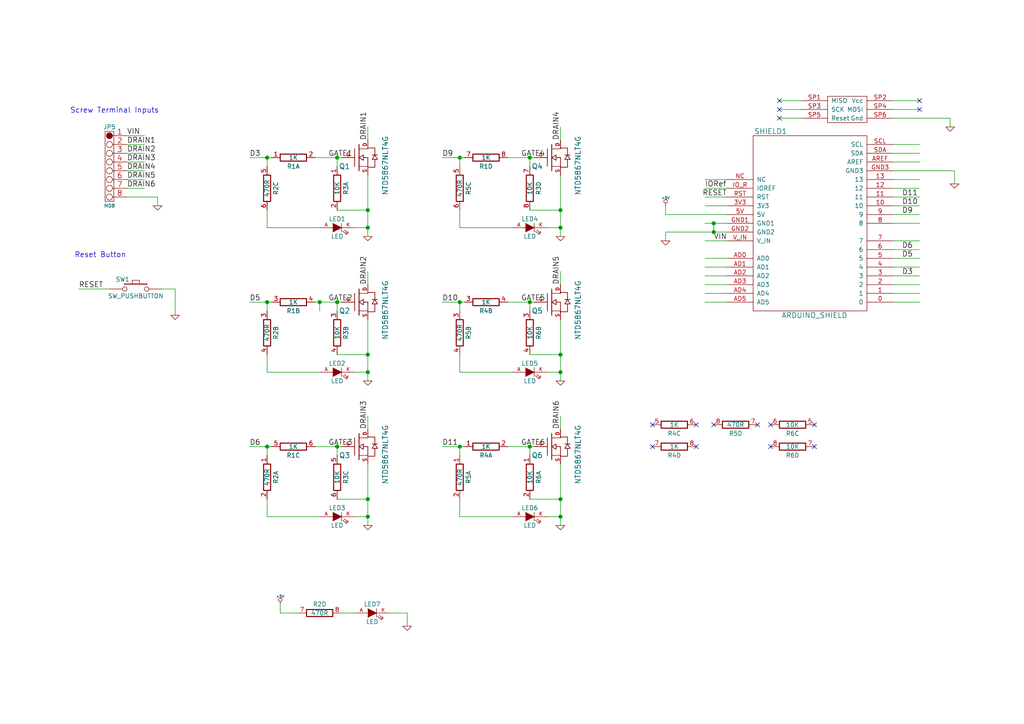
<source format=kicad_sch>
(kicad_sch (version 20201015) (generator eeschema)
  (paper "A4")
  (title_block (title "NDrive Shield") (date "28 Aug 2014") (rev "v1.0") (company "TAPR Open Hardware License") (comment 1 "(C) 2014 Freetronics Pty Ltd"))
  (lib_symbols
    (symbol "NDriveShield-rescue:+5V" (power) (pin_names (offset 1.016))
      (property "Value" "+5V" (at 0 2.286 0))
      (symbol "+5V_0_0"
        (pin power_in line (at 0 0 90) (length 0) hide (name "+5V") (number "1"))
      )
      (symbol "+5V_0_1"
        (circle (center 0 1.27) (radius 0.508))
        (polyline (pts (xy 0 0) (xy 0 0.762) (xy 0 0.762) (xy 0 0.762)))
      )
    )
    (symbol "NDriveShield-rescue:GND" (power) (pin_names (offset 0))
      (symbol "GND_0_1"
        (polyline (pts (xy -1.27 0) (xy 0 -1.27) (xy 1.27 0) (xy -1.27 0)))
      )
      (symbol "GND_1_1"
        (pin power_in line (at 0 0 90) (length 0) hide (name "GND") (number "1"))
      )
    )
    (symbol "NDriveShield-rescue:RES_PACK4_IND" (pin_names (offset 0) hide)
      (property "Reference" "R" (at 0 -2.54 0))
      (property "Value" "RES_PACK4_IND" (at 0 2.54 0))
      (symbol "RES_PACK4_IND_1_1"
        (rectangle (start -3.81 -1.016) (end 3.81 1.016) (stroke (width 0.3048)))
        (pin passive line (at -6.35 0 0) (length 2.54) (name "7") (number "1"))
        (pin passive line (at 6.35 0 180) (length 2.54) (name "8") (number "2"))
      )
      (symbol "RES_PACK4_IND_2_1"
        (rectangle (start -3.81 -1.016) (end 3.81 1.016) (stroke (width 0.3048)))
        (pin passive line (at -6.35 0 0) (length 2.54) (name "7") (number "3"))
        (pin passive line (at 6.35 0 180) (length 2.54) (name "8") (number "4"))
      )
      (symbol "RES_PACK4_IND_3_1"
        (rectangle (start -3.81 -1.016) (end 3.81 1.016) (stroke (width 0.3048)))
        (pin passive line (at -6.35 0 0) (length 2.54) (name "7") (number "5"))
        (pin passive line (at 6.35 0 180) (length 2.54) (name "8") (number "6"))
      )
      (symbol "RES_PACK4_IND_4_1"
        (rectangle (start -3.81 -1.016) (end 3.81 1.016) (stroke (width 0.3048)))
        (pin passive line (at -6.35 0 0) (length 2.54) (name "7") (number "7"))
        (pin passive line (at 6.35 0 180) (length 2.54) (name "8") (number "8"))
      )
    )
    (symbol "freetronics_schematic:ARDUINO_SHIELD" (pin_names (offset 1.016))
      (property "Reference" "SHIELD" (at -11.43 29.21 0))
      (property "Value" "ARDUINO_SHIELD" (at 1.27 -24.13 0))
      (property "Datasheet" "http://www.thingiverse.com/thing:9630" (at 0 0 0))
      (symbol "ARDUINO_SHIELD_0_1"
        (rectangle (start -16.51 -22.86) (end 16.51 27.94))
        (rectangle (start 5.08 39.37) (end 16.51 31.75))
      )
      (symbol "ARDUINO_SHIELD_1_1"
        (pin bidirectional line (at 24.13 -20.32 180) (length 7.62) (name "0") (number "0"))
        (pin bidirectional line (at 24.13 -17.78 180) (length 7.62) (name "1") (number "1"))
        (pin bidirectional line (at 24.13 -15.24 180) (length 7.62) (name "2") (number "2"))
        (pin bidirectional line (at 24.13 -12.7 180) (length 7.62) (name "3") (number "3"))
        (pin bidirectional line (at 24.13 -10.16 180) (length 7.62) (name "4") (number "4"))
        (pin bidirectional line (at 24.13 -7.62 180) (length 7.62) (name "5") (number "5"))
        (pin bidirectional line (at 24.13 -5.08 180) (length 7.62) (name "6") (number "6"))
        (pin bidirectional line (at 24.13 -2.54 180) (length 7.62) (name "7") (number "7"))
        (pin bidirectional line (at 24.13 2.54 180) (length 7.62) (name "8") (number "8"))
        (pin bidirectional line (at 24.13 5.08 180) (length 7.62) (name "9") (number "9"))
        (pin bidirectional line (at 24.13 7.62 180) (length 7.62) (name "10") (number "10"))
        (pin bidirectional line (at 24.13 10.16 180) (length 7.62) (name "11") (number "11"))
        (pin bidirectional line (at 24.13 12.7 180) (length 7.62) (name "12") (number "12"))
        (pin bidirectional line (at 24.13 15.24 180) (length 7.62) (name "13") (number "13"))
        (pin passive line (at -24.13 15.24 0) (length 7.62) (name "NC") (number "NC"))
        (pin power_out line (at -24.13 5.08 0) (length 7.62) (name "5V") (number "5V"))
        (pin bidirectional line (at -24.13 -7.62 0) (length 7.62) (name "AD0") (number "AD0"))
        (pin bidirectional line (at -24.13 -10.16 0) (length 7.62) (name "AD1") (number "AD1"))
        (pin bidirectional line (at -2.54 38.1 0) (length 7.62) (name "MISO") (number "SP1"))
        (pin bidirectional line (at -24.13 -12.7 0) (length 7.62) (name "AD2") (number "AD2"))
        (pin power_out line (at 24.13 38.1 180) (length 7.62) (name "Vcc") (number "SP2"))
        (pin bidirectional line (at -24.13 -15.24 0) (length 7.62) (name "AD3") (number "AD3"))
        (pin bidirectional line (at -2.54 35.56 0) (length 7.62) (name "SCK") (number "SP3"))
        (pin power_out line (at -24.13 7.62 0) (length 7.62) (name "3V3") (number "3V3"))
        (pin bidirectional line (at -24.13 -17.78 0) (length 7.62) (name "AD4") (number "AD4"))
        (pin bidirectional line (at 24.13 35.56 180) (length 7.62) (name "MOSI") (number "SP4"))
        (pin bidirectional line (at -24.13 -20.32 0) (length 7.62) (name "AD5") (number "AD5"))
        (pin input line (at -2.54 33.02 0) (length 7.62) (name "Reset") (number "SP5"))
        (pin power_out line (at 24.13 33.02 180) (length 7.62) (name "Gnd") (number "SP6"))
        (pin bidirectional line (at 24.13 22.86 180) (length 7.62) (name "SDA") (number "SDA"))
        (pin output line (at 24.13 25.4 180) (length 7.62) (name "SCL") (number "SCL"))
        (pin input line (at -24.13 10.16 0) (length 7.62) (name "RST") (number "RST"))
        (pin power_out line (at -24.13 2.54 0) (length 7.62) (name "GND1") (number "GND1"))
        (pin power_out line (at -24.13 0 0) (length 7.62) (name "GND2") (number "GND2"))
        (pin power_out line (at 24.13 17.78 180) (length 7.62) (name "GND3") (number "GND3"))
        (pin input line (at 24.13 20.32 180) (length 7.62) (name "AREF") (number "AREF"))
        (pin power_out line (at -24.13 -2.54 0) (length 7.62) (name "V_IN") (number "V_IN"))
        (pin power_out line (at -24.13 12.7 0) (length 7.62) (name "IOREF") (number "IO_R"))
      )
    )
    (symbol "freetronics_schematic:LED" (pin_names (offset 1.016) hide)
      (property "Reference" "LED" (at 0 2.54 0))
      (property "Value" "LED" (at 0 -2.54 0))
      (symbol "LED_0_1"
        (polyline (pts (xy 1.27 1.27) (xy 1.27 -1.27)))
        (polyline (pts (xy -1.27 1.27) (xy 1.27 0) (xy -1.27 -1.27)) (fill (type outline)))
        (polyline (pts (xy 1.651 -1.016) (xy 2.794 -2.032) (xy 2.667 -1.397)))
        (polyline (pts (xy 2.032 -0.635) (xy 3.175 -1.651) (xy 3.048 -1.016)))
      )
      (symbol "LED_1_1"
        (pin passive line (at -5.08 0 0) (length 3.81) (name "A") (number "A"))
        (pin passive line (at 5.08 0 180) (length 3.81) (name "K") (number "K"))
      )
    )
    (symbol "freetronics_schematic:M08" (pin_names (offset 0.762) hide)
      (property "Reference" "JP" (at -2.54 2.54 0))
      (property "Value" "M08" (at -2.54 -20.32 0))
      (symbol "M08_0_1"
        (circle (center -2.54 -15.24) (radius 0.889))
        (circle (center -2.54 -10.16) (radius 0.889))
        (circle (center -2.54 -5.08) (radius 0.889))
        (circle (center -2.54 0) (radius 0.889) (fill (type outline)))
        (polyline (pts (xy -3.81 1.27) (xy -1.27 1.27) (xy -1.27 -19.05) (xy -3.81 -19.05) (xy -3.81 1.27)))
        (pin passive line (at -7.62 0 0) (length 4.191) (name "1") (number "1"))
        (pin passive line (at -7.62 -2.54 0) (length 4.191) (name "2") (number "2"))
        (pin passive line (at -7.62 -5.08 0) (length 4.191) (name "3") (number "3"))
        (pin passive line (at -7.62 -7.62 0) (length 4.191) (name "4") (number "4"))
        (pin passive line (at -7.62 -10.16 0) (length 4.191) (name "5") (number "5"))
        (pin passive line (at -7.62 -12.7 0) (length 4.191) (name "6") (number "6"))
        (pin passive line (at -7.62 -15.24 0) (length 4.191) (name "7") (number "7"))
        (pin passive line (at -7.62 -17.78 0) (length 4.191) (name "8") (number "8"))
      )
      (symbol "M08_1_1"
        (circle (center -2.54 -17.78) (radius 0.889))
        (circle (center -2.54 -12.7) (radius 0.889))
        (circle (center -2.54 -7.62) (radius 0.889))
        (circle (center -2.54 -2.54) (radius 0.889))
      )
    )
    (symbol "freetronics_schematic:MOSFET_N" (pin_names (offset 0) hide)
      (property "Reference" "Q" (at -2.286 4.318 0))
      (property "Value" "MOSFET_N" (at 1.524 -6.35 0))
      (symbol "MOSFET_N_0_1"
        (polyline (pts (xy -1.27 -2.54) (xy -1.27 2.54)) (stroke (width 0.2032)))
        (polyline (pts (xy 0 -3.81) (xy 0 3.81)) (stroke (width 0.254)))
        (polyline (pts (xy 1.27 0) (xy 2.54 0)) (stroke (width 0.2032)))
        (polyline (pts (xy 2.54 -2.54) (xy 0 -2.54)))
        (polyline (pts (xy 2.54 -2.54) (xy 2.54 0)) (stroke (width 0.2032)))
        (polyline (pts (xy 2.54 2.54) (xy 0 2.54)))
        (polyline (pts (xy 5.334 0.762) (xy 3.81 0.762)) (stroke (width 0.2032)))
        (polyline (pts (xy 2.54 -2.794) (xy 4.572 -2.794) (xy 4.572 -0.508)) (stroke (width 0.2032)))
        (polyline (pts (xy 4.572 0.762) (xy 4.572 2.794) (xy 2.54 2.794)) (stroke (width 0.2032)))
        (polyline (pts (xy 1.27 0.762) (xy 1.27 -0.762) (xy 0 0) (xy 1.27 0.762) (xy 1.27 0.762)) (stroke (width 0.2032)))
        (polyline (pts (xy 5.334 -0.508) (xy 3.81 -0.508) (xy 4.572 0.762) (xy 5.334 -0.508) (xy 5.334 -0.508)) (stroke (width 0.2032)))
      )
      (symbol "MOSFET_N_1_1"
        (pin passive line (at 2.54 5.08 270) (length 2.54) (name "D") (number "D"))
        (pin input line (at -5.08 0 0) (length 3.81) (name "G") (number "G"))
        (pin passive line (at 2.54 -5.08 90) (length 2.54) (name "S") (number "S"))
      )
    )
    (symbol "freetronics_schematic:SW_PUSHBUTTON" (pin_numbers hide) (pin_names (offset 1.016) hide)
      (property "Reference" "SW" (at -3.81 2.794 0))
      (property "Value" "SW_PUSHBUTTON" (at 0 -2.032 0))
      (symbol "SW_PUSHBUTTON_0_1"
        (rectangle (start -3.302 1.27) (end 3.302 1.524))
        (polyline (pts (xy -1.016 1.524) (xy -1.016 2.54) (xy 1.016 2.54) (xy 1.016 1.524)))
        (pin passive inverted (at -7.62 0 0) (length 5.08) (name "1") (number "1"))
        (pin passive inverted (at 7.62 0 180) (length 5.08) (name "2") (number "2"))
      )
    )
  )
  (junction (at 77.47 45.72) (diameter 1.016))
  (junction (at 77.47 87.63) (diameter 1.016))
  (junction (at 77.47 129.54) (diameter 1.016))
  (junction (at 92.71 87.63) (diameter 1.016))
  (junction (at 97.79 45.72) (diameter 1.016))
  (junction (at 97.79 87.63) (diameter 1.016))
  (junction (at 97.79 129.54) (diameter 1.016))
  (junction (at 106.68 60.96) (diameter 1.016))
  (junction (at 106.68 66.04) (diameter 1.016))
  (junction (at 106.68 102.87) (diameter 1.016))
  (junction (at 106.68 107.95) (diameter 1.016))
  (junction (at 106.68 144.78) (diameter 1.016))
  (junction (at 106.68 149.86) (diameter 1.016))
  (junction (at 133.35 45.72) (diameter 1.016))
  (junction (at 133.35 87.63) (diameter 1.016))
  (junction (at 133.35 129.54) (diameter 1.016))
  (junction (at 153.67 45.72) (diameter 1.016))
  (junction (at 153.67 87.63) (diameter 1.016))
  (junction (at 153.67 129.54) (diameter 1.016))
  (junction (at 162.56 60.96) (diameter 1.016))
  (junction (at 162.56 66.04) (diameter 1.016))
  (junction (at 162.56 102.87) (diameter 1.016))
  (junction (at 162.56 107.95) (diameter 1.016))
  (junction (at 162.56 144.78) (diameter 1.016))
  (junction (at 162.56 149.86) (diameter 1.016))
  (junction (at 207.01 64.77) (diameter 1.016))
  (junction (at 207.01 67.31) (diameter 1.016))
  (no_connect (at 201.93 129.54))
  (no_connect (at 226.06 31.75))
  (no_connect (at 236.22 129.54))
  (no_connect (at 201.93 123.19))
  (no_connect (at 219.71 123.19))
  (no_connect (at 223.52 123.19))
  (no_connect (at 207.01 123.19))
  (no_connect (at 189.23 123.19))
  (no_connect (at 236.22 123.19))
  (no_connect (at 266.7 29.21))
  (no_connect (at 266.7 31.75))
  (no_connect (at 223.52 129.54))
  (no_connect (at 226.06 34.29))
  (no_connect (at 189.23 129.54))
  (no_connect (at 226.06 29.21))
  (wire (pts (xy 31.75 83.82) (xy 22.86 83.82)))
  (wire (pts (xy 36.83 39.37) (xy 41.91 39.37)))
  (wire (pts (xy 36.83 41.91) (xy 41.91 41.91)))
  (wire (pts (xy 36.83 44.45) (xy 41.91 44.45)))
  (wire (pts (xy 36.83 46.99) (xy 41.91 46.99)))
  (wire (pts (xy 36.83 49.53) (xy 41.91 49.53)))
  (wire (pts (xy 36.83 52.07) (xy 41.91 52.07)))
  (wire (pts (xy 36.83 54.61) (xy 41.91 54.61)))
  (wire (pts (xy 36.83 57.15) (xy 45.72 57.15)))
  (wire (pts (xy 45.72 57.15) (xy 45.72 59.69)))
  (wire (pts (xy 46.99 83.82) (xy 50.8 83.82)))
  (wire (pts (xy 50.8 83.82) (xy 50.8 91.44)))
  (wire (pts (xy 72.39 87.63) (xy 77.47 87.63)))
  (wire (pts (xy 77.47 45.72) (xy 72.39 45.72)))
  (wire (pts (xy 77.47 45.72) (xy 77.47 48.26)))
  (wire (pts (xy 77.47 60.96) (xy 77.47 66.04)))
  (wire (pts (xy 77.47 66.04) (xy 92.71 66.04)))
  (wire (pts (xy 77.47 87.63) (xy 78.74 87.63)))
  (wire (pts (xy 77.47 90.17) (xy 77.47 87.63)))
  (wire (pts (xy 77.47 102.87) (xy 77.47 107.95)))
  (wire (pts (xy 77.47 107.95) (xy 92.71 107.95)))
  (wire (pts (xy 77.47 129.54) (xy 72.39 129.54)))
  (wire (pts (xy 77.47 132.08) (xy 77.47 129.54)))
  (wire (pts (xy 77.47 144.78) (xy 77.47 149.86)))
  (wire (pts (xy 77.47 149.86) (xy 92.71 149.86)))
  (wire (pts (xy 78.74 45.72) (xy 77.47 45.72)))
  (wire (pts (xy 78.74 129.54) (xy 77.47 129.54)))
  (wire (pts (xy 81.28 177.8) (xy 81.28 175.26)))
  (wire (pts (xy 86.36 177.8) (xy 81.28 177.8)))
  (wire (pts (xy 91.44 45.72) (xy 97.79 45.72)))
  (wire (pts (xy 91.44 87.63) (xy 92.71 87.63)))
  (wire (pts (xy 91.44 129.54) (xy 97.79 129.54)))
  (wire (pts (xy 92.71 87.63) (xy 97.79 87.63)))
  (wire (pts (xy 92.71 90.17) (xy 92.71 87.63)))
  (wire (pts (xy 97.79 45.72) (xy 99.06 45.72)))
  (wire (pts (xy 97.79 48.26) (xy 97.79 45.72)))
  (wire (pts (xy 97.79 60.96) (xy 106.68 60.96)))
  (wire (pts (xy 97.79 87.63) (xy 99.06 87.63)))
  (wire (pts (xy 97.79 90.17) (xy 97.79 87.63)))
  (wire (pts (xy 97.79 102.87) (xy 106.68 102.87)))
  (wire (pts (xy 97.79 129.54) (xy 99.06 129.54)))
  (wire (pts (xy 97.79 132.08) (xy 97.79 129.54)))
  (wire (pts (xy 97.79 144.78) (xy 106.68 144.78)))
  (wire (pts (xy 99.06 177.8) (xy 102.87 177.8)))
  (wire (pts (xy 102.87 66.04) (xy 106.68 66.04)))
  (wire (pts (xy 102.87 107.95) (xy 106.68 107.95)))
  (wire (pts (xy 102.87 149.86) (xy 106.68 149.86)))
  (wire (pts (xy 106.68 40.64) (xy 106.68 36.83)))
  (wire (pts (xy 106.68 50.8) (xy 106.68 60.96)))
  (wire (pts (xy 106.68 60.96) (xy 106.68 66.04)))
  (wire (pts (xy 106.68 66.04) (xy 106.68 68.58)))
  (wire (pts (xy 106.68 82.55) (xy 106.68 78.74)))
  (wire (pts (xy 106.68 92.71) (xy 106.68 102.87)))
  (wire (pts (xy 106.68 102.87) (xy 106.68 107.95)))
  (wire (pts (xy 106.68 107.95) (xy 106.68 110.49)))
  (wire (pts (xy 106.68 124.46) (xy 106.68 120.65)))
  (wire (pts (xy 106.68 134.62) (xy 106.68 144.78)))
  (wire (pts (xy 106.68 144.78) (xy 106.68 149.86)))
  (wire (pts (xy 106.68 149.86) (xy 106.68 152.4)))
  (wire (pts (xy 113.03 177.8) (xy 118.11 177.8)))
  (wire (pts (xy 118.11 177.8) (xy 118.11 181.61)))
  (wire (pts (xy 133.35 45.72) (xy 128.27 45.72)))
  (wire (pts (xy 133.35 48.26) (xy 133.35 45.72)))
  (wire (pts (xy 133.35 60.96) (xy 133.35 66.04)))
  (wire (pts (xy 133.35 66.04) (xy 148.59 66.04)))
  (wire (pts (xy 133.35 87.63) (xy 128.27 87.63)))
  (wire (pts (xy 133.35 90.17) (xy 133.35 87.63)))
  (wire (pts (xy 133.35 102.87) (xy 133.35 107.95)))
  (wire (pts (xy 133.35 107.95) (xy 148.59 107.95)))
  (wire (pts (xy 133.35 129.54) (xy 128.27 129.54)))
  (wire (pts (xy 133.35 132.08) (xy 133.35 129.54)))
  (wire (pts (xy 133.35 144.78) (xy 133.35 149.86)))
  (wire (pts (xy 133.35 149.86) (xy 148.59 149.86)))
  (wire (pts (xy 134.62 45.72) (xy 133.35 45.72)))
  (wire (pts (xy 134.62 87.63) (xy 133.35 87.63)))
  (wire (pts (xy 134.62 129.54) (xy 133.35 129.54)))
  (wire (pts (xy 147.32 45.72) (xy 153.67 45.72)))
  (wire (pts (xy 147.32 87.63) (xy 153.67 87.63)))
  (wire (pts (xy 147.32 129.54) (xy 153.67 129.54)))
  (wire (pts (xy 153.67 45.72) (xy 154.94 45.72)))
  (wire (pts (xy 153.67 48.26) (xy 153.67 45.72)))
  (wire (pts (xy 153.67 60.96) (xy 162.56 60.96)))
  (wire (pts (xy 153.67 87.63) (xy 154.94 87.63)))
  (wire (pts (xy 153.67 90.17) (xy 153.67 87.63)))
  (wire (pts (xy 153.67 102.87) (xy 162.56 102.87)))
  (wire (pts (xy 153.67 129.54) (xy 154.94 129.54)))
  (wire (pts (xy 153.67 132.08) (xy 153.67 129.54)))
  (wire (pts (xy 153.67 144.78) (xy 162.56 144.78)))
  (wire (pts (xy 158.75 66.04) (xy 162.56 66.04)))
  (wire (pts (xy 158.75 107.95) (xy 162.56 107.95)))
  (wire (pts (xy 158.75 149.86) (xy 162.56 149.86)))
  (wire (pts (xy 162.56 40.64) (xy 162.56 36.83)))
  (wire (pts (xy 162.56 50.8) (xy 162.56 60.96)))
  (wire (pts (xy 162.56 60.96) (xy 162.56 66.04)))
  (wire (pts (xy 162.56 66.04) (xy 162.56 68.58)))
  (wire (pts (xy 162.56 82.55) (xy 162.56 78.74)))
  (wire (pts (xy 162.56 92.71) (xy 162.56 102.87)))
  (wire (pts (xy 162.56 102.87) (xy 162.56 107.95)))
  (wire (pts (xy 162.56 107.95) (xy 162.56 110.49)))
  (wire (pts (xy 162.56 124.46) (xy 162.56 120.65)))
  (wire (pts (xy 162.56 134.62) (xy 162.56 144.78)))
  (wire (pts (xy 162.56 144.78) (xy 162.56 149.86)))
  (wire (pts (xy 162.56 149.86) (xy 162.56 152.4)))
  (wire (pts (xy 193.04 62.23) (xy 193.04 59.69)))
  (wire (pts (xy 193.04 62.23) (xy 210.82 62.23)))
  (wire (pts (xy 193.04 67.31) (xy 193.04 69.85)))
  (wire (pts (xy 193.04 67.31) (xy 207.01 67.31)))
  (wire (pts (xy 207.01 64.77) (xy 204.47 64.77)))
  (wire (pts (xy 207.01 64.77) (xy 207.01 67.31)))
  (wire (pts (xy 207.01 67.31) (xy 210.82 67.31)))
  (wire (pts (xy 210.82 52.07) (xy 204.47 52.07)))
  (wire (pts (xy 210.82 54.61) (xy 204.47 54.61)))
  (wire (pts (xy 210.82 57.15) (xy 204.47 57.15)))
  (wire (pts (xy 210.82 59.69) (xy 204.47 59.69)))
  (wire (pts (xy 210.82 64.77) (xy 207.01 64.77)))
  (wire (pts (xy 210.82 69.85) (xy 204.47 69.85)))
  (wire (pts (xy 210.82 74.93) (xy 204.47 74.93)))
  (wire (pts (xy 210.82 77.47) (xy 204.47 77.47)))
  (wire (pts (xy 210.82 80.01) (xy 204.47 80.01)))
  (wire (pts (xy 210.82 82.55) (xy 204.47 82.55)))
  (wire (pts (xy 210.82 85.09) (xy 204.47 85.09)))
  (wire (pts (xy 210.82 87.63) (xy 204.47 87.63)))
  (wire (pts (xy 232.41 29.21) (xy 226.06 29.21)))
  (wire (pts (xy 232.41 31.75) (xy 226.06 31.75)))
  (wire (pts (xy 232.41 34.29) (xy 226.06 34.29)))
  (wire (pts (xy 259.08 29.21) (xy 266.7 29.21)))
  (wire (pts (xy 259.08 31.75) (xy 266.7 31.75)))
  (wire (pts (xy 259.08 34.29) (xy 275.59 34.29)))
  (wire (pts (xy 259.08 41.91) (xy 266.7 41.91)))
  (wire (pts (xy 259.08 44.45) (xy 266.7 44.45)))
  (wire (pts (xy 259.08 46.99) (xy 266.7 46.99)))
  (wire (pts (xy 259.08 49.53) (xy 276.86 49.53)))
  (wire (pts (xy 259.08 52.07) (xy 266.7 52.07)))
  (wire (pts (xy 259.08 54.61) (xy 266.7 54.61)))
  (wire (pts (xy 259.08 57.15) (xy 266.7 57.15)))
  (wire (pts (xy 259.08 59.69) (xy 266.7 59.69)))
  (wire (pts (xy 259.08 62.23) (xy 266.7 62.23)))
  (wire (pts (xy 259.08 64.77) (xy 266.7 64.77)))
  (wire (pts (xy 259.08 69.85) (xy 266.7 69.85)))
  (wire (pts (xy 259.08 72.39) (xy 266.7 72.39)))
  (wire (pts (xy 259.08 74.93) (xy 266.7 74.93)))
  (wire (pts (xy 259.08 77.47) (xy 266.7 77.47)))
  (wire (pts (xy 259.08 80.01) (xy 266.7 80.01)))
  (wire (pts (xy 259.08 82.55) (xy 266.7 82.55)))
  (wire (pts (xy 259.08 85.09) (xy 266.7 85.09)))
  (wire (pts (xy 259.08 87.63) (xy 266.7 87.63)))
  (wire (pts (xy 275.59 34.29) (xy 275.59 36.83)))
  (wire (pts (xy 276.86 49.53) (xy 276.86 53.34)))
  (text "Screw Terminal Inputs\n" (at 20.32 33.02 0) (effects (font (size 1.524 1.524)) (justify left bottom)))
  (text "Reset Button\n" (at 21.59 74.93 0) (effects (font (size 1.524 1.524)) (justify left bottom)))
  (label "RESET" (at 22.86 83.82 0) (effects (font (size 1.524 1.524))))
  (label "VIN" (at 36.83 39.37 0) (effects (font (size 1.524 1.524))))
  (label "DRAIN1" (at 36.83 41.91 0) (effects (font (size 1.524 1.524))))
  (label "DRAIN2" (at 36.83 44.45 0) (effects (font (size 1.524 1.524))))
  (label "DRAIN3" (at 36.83 46.99 0) (effects (font (size 1.524 1.524))))
  (label "DRAIN4" (at 36.83 49.53 0) (effects (font (size 1.524 1.524))))
  (label "DRAIN5" (at 36.83 52.07 0) (effects (font (size 1.524 1.524))))
  (label "DRAIN6" (at 36.83 54.61 0) (effects (font (size 1.524 1.524))))
  (label "D3" (at 72.39 45.72 0) (effects (font (size 1.524 1.524))))
  (label "D5" (at 72.39 87.63 0) (effects (font (size 1.524 1.524))))
  (label "D6" (at 72.39 129.54 0) (effects (font (size 1.524 1.524))))
  (label "GATE1" (at 95.25 45.72 0) (effects (font (size 1.524 1.524))))
  (label "GATE2" (at 95.25 87.63 0) (effects (font (size 1.524 1.524))))
  (label "GATE3" (at 95.25 129.54 0) (effects (font (size 1.524 1.524))))
  (label "DRAIN1" (at 106.68 40.64 90) (effects (font (size 1.524 1.524))))
  (label "DRAIN2" (at 106.68 82.55 90) (effects (font (size 1.524 1.524))))
  (label "DRAIN3" (at 106.68 124.46 90) (effects (font (size 1.524 1.524))))
  (label "D9" (at 128.27 45.72 0) (effects (font (size 1.524 1.524))))
  (label "D10" (at 128.27 87.63 0) (effects (font (size 1.524 1.524))))
  (label "D11" (at 128.27 129.54 0) (effects (font (size 1.524 1.524))))
  (label "GATE4" (at 151.13 45.72 0) (effects (font (size 1.524 1.524))))
  (label "GATE5" (at 151.13 87.63 0) (effects (font (size 1.524 1.524))))
  (label "GATE6" (at 151.13 129.54 0) (effects (font (size 1.524 1.524))))
  (label "DRAIN4" (at 162.56 40.64 90) (effects (font (size 1.524 1.524))))
  (label "DRAIN5" (at 162.56 82.55 90) (effects (font (size 1.524 1.524))))
  (label "DRAIN6" (at 162.56 124.46 90) (effects (font (size 1.524 1.524))))
  (label "IORef" (at 204.47 54.61 0) (effects (font (size 1.524 1.524))))
  (label "VIN" (at 207.01 69.85 0) (effects (font (size 1.524 1.524))))
  (label "RESET" (at 210.82 57.15 180) (effects (font (size 1.524 1.524))))
  (label "D11" (at 261.62 57.15 0) (effects (font (size 1.524 1.524))))
  (label "D10" (at 261.62 59.69 0) (effects (font (size 1.524 1.524))))
  (label "D9" (at 261.62 62.23 0) (effects (font (size 1.524 1.524))))
  (label "D6" (at 261.62 72.39 0) (effects (font (size 1.524 1.524))))
  (label "D5" (at 261.62 74.93 0) (effects (font (size 1.524 1.524))))
  (label "D3" (at 261.62 80.01 0) (effects (font (size 1.524 1.524))))
  (symbol (lib_id "NDriveShield-rescue:+5V") (at 81.28 175.26 0) (unit 1)
    (property "Reference" "#PWR07" (effects hide))
    (property "Value" "+5V" (at 81.28 172.974 0) (effects (font (size 0.762 0.762))))
  )
  (symbol (lib_id "NDriveShield-rescue:+5V") (at 193.04 59.69 0) (unit 1)
    (property "Reference" "#PWR012" (effects hide))
    (property "Value" "+5V" (at 193.04 57.404 0) (effects (font (size 0.762 0.762))))
  )
  (symbol (lib_id "NDriveShield-rescue:GND") (at 45.72 59.69 0) (unit 1)
    (property "Reference" "#PWR011" (effects hide))
    (property "Value" "GND" (effects hide))
  )
  (symbol (lib_id "NDriveShield-rescue:GND") (at 50.8 91.44 0) (unit 1)
    (property "Reference" "#PWR09" (effects hide))
    (property "Value" "GND" (effects hide))
  )
  (symbol (lib_id "NDriveShield-rescue:GND") (at 106.68 68.58 0) (unit 1)
    (property "Reference" "#PWR01" (effects hide))
    (property "Value" "GND" (effects hide))
  )
  (symbol (lib_id "NDriveShield-rescue:GND") (at 106.68 110.49 0) (unit 1)
    (property "Reference" "#PWR02" (effects hide))
    (property "Value" "GND" (effects hide))
  )
  (symbol (lib_id "NDriveShield-rescue:GND") (at 106.68 152.4 0) (unit 1)
    (property "Reference" "#PWR05" (effects hide))
    (property "Value" "GND" (effects hide))
  )
  (symbol (lib_id "NDriveShield-rescue:GND") (at 118.11 181.61 0) (unit 1)
    (property "Reference" "#PWR08" (effects hide))
    (property "Value" "GND" (effects hide))
  )
  (symbol (lib_id "NDriveShield-rescue:GND") (at 162.56 68.58 0) (unit 1)
    (property "Reference" "#PWR03" (effects hide))
    (property "Value" "GND" (effects hide))
  )
  (symbol (lib_id "NDriveShield-rescue:GND") (at 162.56 110.49 0) (unit 1)
    (property "Reference" "#PWR04" (effects hide))
    (property "Value" "GND" (effects hide))
  )
  (symbol (lib_id "NDriveShield-rescue:GND") (at 162.56 152.4 0) (unit 1)
    (property "Reference" "#PWR06" (effects hide))
    (property "Value" "GND" (effects hide))
  )
  (symbol (lib_id "NDriveShield-rescue:GND") (at 193.04 69.85 0) (unit 1)
    (property "Reference" "#PWR010" (effects hide))
    (property "Value" "GND" (effects hide))
  )
  (symbol (lib_id "NDriveShield-rescue:GND") (at 275.59 36.83 0) (unit 1)
    (property "Reference" "#PWR014" (effects hide))
    (property "Value" "GND" (effects hide))
  )
  (symbol (lib_id "NDriveShield-rescue:GND") (at 276.86 53.34 0) (unit 1)
    (property "Reference" "#PWR013" (effects hide))
    (property "Value" "GND" (effects hide))
  )
  (symbol (lib_id "NDriveShield-rescue:RES_PACK4_IND") (at 77.47 54.61 270) (unit 3)
    (property "Reference" "R2" (at 80.01 54.61 0))
    (property "Value" "470R" (at 77.47 54.61 0))
    (property "Footprint" "FT:RES_CAY16" (effects hide))
  )
  (symbol (lib_id "NDriveShield-rescue:RES_PACK4_IND") (at 77.47 96.52 270) (unit 2)
    (property "Reference" "R2" (at 80.01 96.52 0))
    (property "Value" "470R" (at 77.47 96.52 0))
    (property "Footprint" "FT:RES_CAY16" (effects hide))
  )
  (symbol (lib_id "NDriveShield-rescue:RES_PACK4_IND") (at 77.47 138.43 270) (unit 1)
    (property "Reference" "R2" (at 80.01 138.43 0))
    (property "Value" "470R" (at 77.47 138.43 0))
    (property "Footprint" "FT:RES_CAY16" (effects hide))
  )
  (symbol (lib_id "NDriveShield-rescue:RES_PACK4_IND") (at 85.09 45.72 0) (unit 1)
    (property "Reference" "R1" (at 85.09 48.26 0))
    (property "Value" "1K" (at 85.09 45.72 0))
    (property "Footprint" "FT:RES_CAY16" (effects hide))
  )
  (symbol (lib_id "NDriveShield-rescue:RES_PACK4_IND") (at 85.09 87.63 0) (unit 2)
    (property "Reference" "R1" (at 85.09 90.17 0))
    (property "Value" "1K" (at 85.09 87.63 0))
    (property "Footprint" "FT:RES_CAY16" (effects hide))
  )
  (symbol (lib_id "NDriveShield-rescue:RES_PACK4_IND") (at 85.09 129.54 0) (unit 3)
    (property "Reference" "R1" (at 85.09 132.08 0))
    (property "Value" "1K" (at 85.09 129.54 0))
    (property "Footprint" "FT:RES_CAY16" (effects hide))
  )
  (symbol (lib_id "NDriveShield-rescue:RES_PACK4_IND") (at 92.71 177.8 0) (unit 4)
    (property "Reference" "R2" (at 92.71 175.26 0))
    (property "Value" "470R" (at 92.71 177.8 0))
    (property "Footprint" "FT:RES_CAY16" (effects hide))
  )
  (symbol (lib_id "NDriveShield-rescue:RES_PACK4_IND") (at 97.79 54.61 270) (unit 1)
    (property "Reference" "R3" (at 100.33 54.61 0))
    (property "Value" "10K" (at 97.79 54.61 0))
    (property "Footprint" "FT:RES_CAY16" (effects hide))
  )
  (symbol (lib_id "NDriveShield-rescue:RES_PACK4_IND") (at 97.79 96.52 270) (unit 2)
    (property "Reference" "R3" (at 100.33 96.52 0))
    (property "Value" "10K" (at 97.79 96.52 0))
    (property "Footprint" "FT:RES_CAY16" (effects hide))
  )
  (symbol (lib_id "NDriveShield-rescue:RES_PACK4_IND") (at 97.79 138.43 270) (unit 3)
    (property "Reference" "R3" (at 100.33 138.43 0))
    (property "Value" "10K" (at 97.79 138.43 0))
    (property "Footprint" "FT:RES_CAY16" (effects hide))
  )
  (symbol (lib_id "NDriveShield-rescue:RES_PACK4_IND") (at 133.35 54.61 270) (unit 3)
    (property "Reference" "R5" (at 135.89 54.61 0))
    (property "Value" "470R" (at 133.35 54.61 0))
    (property "Footprint" "FT:RES_CAY16" (effects hide))
  )
  (symbol (lib_id "NDriveShield-rescue:RES_PACK4_IND") (at 133.35 96.52 270) (unit 2)
    (property "Reference" "R5" (at 135.89 96.52 0))
    (property "Value" "470R" (at 133.35 96.52 0))
    (property "Footprint" "FT:RES_CAY16" (effects hide))
  )
  (symbol (lib_id "NDriveShield-rescue:RES_PACK4_IND") (at 133.35 138.43 270) (unit 1)
    (property "Reference" "R5" (at 135.89 138.43 0))
    (property "Value" "470R" (at 133.35 138.43 0))
    (property "Footprint" "FT:RES_CAY16" (effects hide))
  )
  (symbol (lib_id "NDriveShield-rescue:RES_PACK4_IND") (at 140.97 45.72 0) (unit 4)
    (property "Reference" "R1" (at 140.97 48.26 0))
    (property "Value" "1K" (at 140.97 45.72 0))
    (property "Footprint" "FT:RES_CAY16" (effects hide))
  )
  (symbol (lib_id "NDriveShield-rescue:RES_PACK4_IND") (at 140.97 87.63 0) (unit 2)
    (property "Reference" "R4" (at 140.97 90.17 0))
    (property "Value" "1K" (at 140.97 87.63 0))
    (property "Footprint" "FT:RES_CAY16" (effects hide))
  )
  (symbol (lib_id "NDriveShield-rescue:RES_PACK4_IND") (at 140.97 129.54 0) (unit 1)
    (property "Reference" "R4" (at 140.97 132.08 0))
    (property "Value" "1K" (at 140.97 129.54 0))
    (property "Footprint" "FT:RES_CAY16" (effects hide))
  )
  (symbol (lib_id "NDriveShield-rescue:RES_PACK4_IND") (at 153.67 54.61 270) (unit 4)
    (property "Reference" "R3" (at 156.21 54.61 0))
    (property "Value" "10K" (at 153.67 54.61 0))
    (property "Footprint" "FT:RES_CAY16" (effects hide))
  )
  (symbol (lib_id "NDriveShield-rescue:RES_PACK4_IND") (at 153.67 96.52 270) (unit 2)
    (property "Reference" "R6" (at 156.21 96.52 0))
    (property "Value" "10K" (at 153.67 96.52 0))
    (property "Footprint" "FT:RES_CAY16" (effects hide))
  )
  (symbol (lib_id "NDriveShield-rescue:RES_PACK4_IND") (at 153.67 138.43 270) (unit 1)
    (property "Reference" "R6" (at 156.21 138.43 0))
    (property "Value" "10K" (at 153.67 138.43 0))
    (property "Footprint" "FT:RES_CAY16" (effects hide))
  )
  (symbol (lib_id "NDriveShield-rescue:RES_PACK4_IND") (at 195.58 123.19 0) (unit 3)
    (property "Reference" "R4" (at 195.58 125.73 0))
    (property "Value" "1K" (at 195.58 123.19 0))
    (property "Footprint" "FT:RES_CAY16" (effects hide))
  )
  (symbol (lib_id "NDriveShield-rescue:RES_PACK4_IND") (at 195.58 129.54 0) (unit 4)
    (property "Reference" "R4" (at 195.58 132.08 0))
    (property "Value" "1K" (at 195.58 129.54 0))
    (property "Footprint" "FT:RES_CAY16" (effects hide))
  )
  (symbol (lib_id "NDriveShield-rescue:RES_PACK4_IND") (at 213.36 123.19 180) (unit 4)
    (property "Reference" "R5" (at 213.36 125.73 0))
    (property "Value" "470R" (at 213.36 123.19 0))
    (property "Footprint" "FT:RES_CAY16" (effects hide))
  )
  (symbol (lib_id "NDriveShield-rescue:RES_PACK4_IND") (at 229.87 123.19 180) (unit 3)
    (property "Reference" "R6" (at 229.87 125.73 0))
    (property "Value" "10K" (at 229.87 123.19 0))
    (property "Footprint" "FT:RES_CAY16" (effects hide))
  )
  (symbol (lib_id "NDriveShield-rescue:RES_PACK4_IND") (at 229.87 129.54 180) (unit 4)
    (property "Reference" "R6" (at 229.87 132.08 0))
    (property "Value" "10K" (at 229.87 129.54 0))
    (property "Footprint" "FT:RES_CAY16" (effects hide))
  )
  (symbol (lib_id "freetronics_schematic:LED") (at 97.79 66.04 0) (unit 1)
    (property "Reference" "LED1" (at 97.79 63.5 0))
    (property "Value" "LED" (at 97.79 68.58 0))
    (property "Footprint" "FT:LED-0603" (effects hide))
  )
  (symbol (lib_id "freetronics_schematic:LED") (at 97.79 107.95 0) (unit 1)
    (property "Reference" "LED2" (at 97.79 105.41 0))
    (property "Value" "LED" (at 97.79 110.49 0))
    (property "Footprint" "FT:LED-0603" (effects hide))
  )
  (symbol (lib_id "freetronics_schematic:LED") (at 97.79 149.86 0) (unit 1)
    (property "Reference" "LED3" (at 97.79 147.32 0))
    (property "Value" "LED" (at 97.79 152.4 0))
    (property "Footprint" "FT:LED-0603" (effects hide))
  )
  (symbol (lib_id "freetronics_schematic:LED") (at 107.95 177.8 0) (unit 1)
    (property "Reference" "LED7" (at 107.95 175.26 0))
    (property "Value" "LED" (at 107.95 180.34 0))
    (property "Footprint" "FT:LED-0603" (effects hide))
  )
  (symbol (lib_id "freetronics_schematic:LED") (at 153.67 66.04 0) (unit 1)
    (property "Reference" "LED4" (at 153.67 63.5 0))
    (property "Value" "LED" (at 153.67 68.58 0))
    (property "Footprint" "FT:LED-0603" (effects hide))
  )
  (symbol (lib_id "freetronics_schematic:LED") (at 153.67 107.95 0) (unit 1)
    (property "Reference" "LED5" (at 153.67 105.41 0))
    (property "Value" "LED" (at 153.67 110.49 0))
    (property "Footprint" "FT:LED-0603" (effects hide))
  )
  (symbol (lib_id "freetronics_schematic:LED") (at 153.67 149.86 0) (unit 1)
    (property "Reference" "LED6" (at 153.67 147.32 0))
    (property "Value" "LED" (at 153.67 152.4 0))
    (property "Footprint" "FT:LED-0603" (effects hide))
  )
  (symbol (lib_id "freetronics_schematic:SW_PUSHBUTTON") (at 39.37 83.82 0) (unit 1)
    (property "Reference" "SW1" (at 35.56 81.026 0))
    (property "Value" "SW_PUSHBUTTON" (at 39.37 85.852 0))
    (property "Footprint" "FT:TACTILE_SWITCH_SMD_2PIN_TINY" (effects hide))
  )
  (symbol (lib_id "freetronics_schematic:MOSFET_N") (at 104.14 45.72 0) (unit 1)
    (property "Reference" "Q1" (at 101.6 48.26 0) (effects (font (size 1.524 1.524)) (justify right)))
    (property "Value" "NTD5867NLT4G" (at 111.76 39.37 90) (effects (font (size 1.524 1.524)) (justify right)))
    (property "Footprint" "FT:MOSFET_DPAK" (effects hide))
  )
  (symbol (lib_id "freetronics_schematic:MOSFET_N") (at 104.14 87.63 0) (unit 1)
    (property "Reference" "Q2" (at 101.6 90.17 0) (effects (font (size 1.524 1.524)) (justify right)))
    (property "Value" "NTD5867NLT4G" (at 111.76 81.28 90) (effects (font (size 1.524 1.524)) (justify right)))
    (property "Footprint" "FT:MOSFET_DPAK" (effects hide))
  )
  (symbol (lib_id "freetronics_schematic:MOSFET_N") (at 104.14 129.54 0) (unit 1)
    (property "Reference" "Q3" (at 101.6 132.08 0) (effects (font (size 1.524 1.524)) (justify right)))
    (property "Value" "NTD5867NLT4G" (at 111.76 123.19 90) (effects (font (size 1.524 1.524)) (justify right)))
    (property "Footprint" "FT:MOSFET_DPAK" (effects hide))
  )
  (symbol (lib_id "freetronics_schematic:MOSFET_N") (at 160.02 45.72 0) (unit 1)
    (property "Reference" "Q4" (at 157.48 48.26 0) (effects (font (size 1.524 1.524)) (justify right)))
    (property "Value" "NTD5867NLT4G" (at 167.64 39.37 90) (effects (font (size 1.524 1.524)) (justify right)))
    (property "Footprint" "FT:MOSFET_DPAK" (effects hide))
  )
  (symbol (lib_id "freetronics_schematic:MOSFET_N") (at 160.02 87.63 0) (unit 1)
    (property "Reference" "Q5" (at 157.48 90.17 0) (effects (font (size 1.524 1.524)) (justify right)))
    (property "Value" "NTD5867NLT4G" (at 167.64 81.28 90) (effects (font (size 1.524 1.524)) (justify right)))
    (property "Footprint" "FT:MOSFET_DPAK" (effects hide))
  )
  (symbol (lib_id "freetronics_schematic:MOSFET_N") (at 160.02 129.54 0) (unit 1)
    (property "Reference" "Q6" (at 157.48 132.08 0) (effects (font (size 1.524 1.524)) (justify right)))
    (property "Value" "NTD5867NLT4G" (at 167.64 123.19 90) (effects (font (size 1.524 1.524)) (justify right)))
    (property "Footprint" "FT:MOSFET_DPAK" (effects hide))
  )
  (symbol (lib_id "freetronics_schematic:M08") (at 29.21 39.37 0) (mirror y) (unit 1)
    (property "Reference" "JP5" (at 31.75 36.83 0))
    (property "Value" "M08" (at 31.75 59.69 0) (effects (font (size 1.016 1.016))))
    (property "Footprint" "FT:TERMINALBLOCK_3.5MM_8" (effects hide))
  )
  (symbol (lib_id "freetronics_schematic:ARDUINO_SHIELD") (at 234.95 67.31 0) (unit 1)
    (property "Reference" "SHIELD1" (at 223.52 38.1 0) (effects (font (size 1.524 1.524))))
    (property "Value" "ARDUINO_SHIELD" (at 236.22 91.44 0) (effects (font (size 1.524 1.524))))
    (property "Footprint" "FT:ARDUINO_SHIELD_ROUNDPADS_BREAKOUT" (effects hide))
  )
)
</source>
